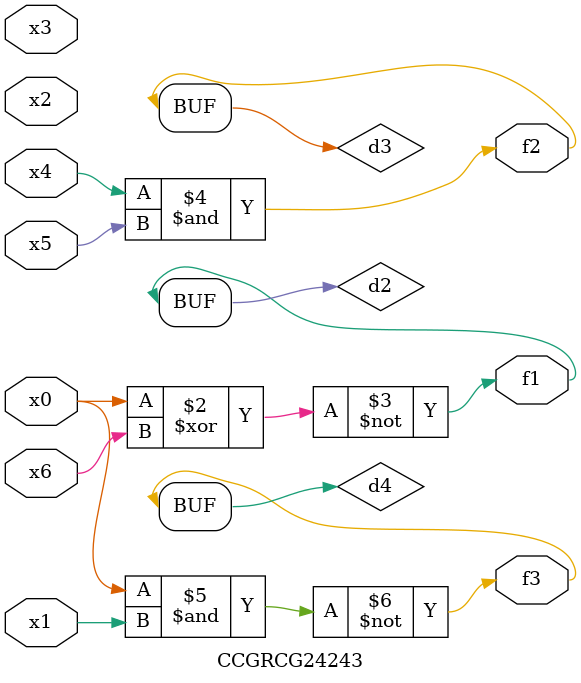
<source format=v>
module CCGRCG24243(
	input x0, x1, x2, x3, x4, x5, x6,
	output f1, f2, f3
);

	wire d1, d2, d3, d4;

	nor (d1, x0);
	xnor (d2, x0, x6);
	and (d3, x4, x5);
	nand (d4, x0, x1);
	assign f1 = d2;
	assign f2 = d3;
	assign f3 = d4;
endmodule

</source>
